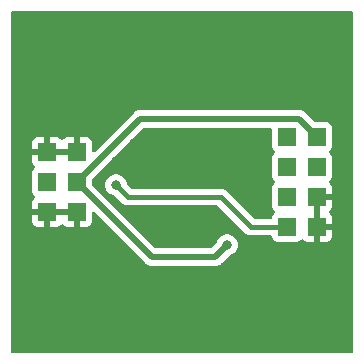
<source format=gbr>
%TF.GenerationSoftware,KiCad,Pcbnew,6.0.10+dfsg-1~bpo11+1*%
%TF.CreationDate,2023-01-19T00:06:03+00:00*%
%TF.ProjectId,FRAM01A,4652414d-3031-4412-9e6b-696361645f70,rev?*%
%TF.SameCoordinates,Original*%
%TF.FileFunction,Copper,L1,Top*%
%TF.FilePolarity,Positive*%
%FSLAX46Y46*%
G04 Gerber Fmt 4.6, Leading zero omitted, Abs format (unit mm)*
G04 Created by KiCad (PCBNEW 6.0.10+dfsg-1~bpo11+1) date 2023-01-19 00:06:03*
%MOMM*%
%LPD*%
G01*
G04 APERTURE LIST*
%TA.AperFunction,ComponentPad*%
%ADD10C,6.000000*%
%TD*%
%TA.AperFunction,ComponentPad*%
%ADD11R,1.524000X1.524000*%
%TD*%
%TA.AperFunction,ViaPad*%
%ADD12C,0.800000*%
%TD*%
%TA.AperFunction,Conductor*%
%ADD13C,0.508000*%
%TD*%
%TA.AperFunction,Conductor*%
%ADD14C,0.400000*%
%TD*%
G04 APERTURE END LIST*
D10*
%TO.P,H2,1,1*%
%TO.N,GND*%
X127000000Y-76200000D03*
%TD*%
%TO.P,H1,1,1*%
%TO.N,GND*%
X147320000Y-96520000D03*
%TD*%
D11*
%TO.P,J1,1*%
%TO.N,GND*%
X125730000Y-83820000D03*
%TO.P,J1,2*%
X128270000Y-83820000D03*
%TO.P,J1,3*%
%TO.N,VDD*%
X125730000Y-86360000D03*
%TO.P,J1,4*%
X128270000Y-86360000D03*
%TO.P,J1,5*%
%TO.N,GND*%
X125730000Y-88900000D03*
%TO.P,J1,6*%
X128270000Y-88900000D03*
%TD*%
D10*
%TO.P,H4,1,1*%
%TO.N,GND*%
X127000000Y-96520000D03*
%TD*%
D11*
%TO.P,J2,1*%
%TO.N,MISO*%
X146050000Y-82550000D03*
%TO.P,J2,2*%
%TO.N,VDD*%
X148590000Y-82550000D03*
%TO.P,J2,3*%
%TO.N,SCK*%
X146050000Y-85090000D03*
%TO.P,J2,4*%
%TO.N,MOSI*%
X148590000Y-85090000D03*
%TO.P,J2,5*%
%TO.N,~{CS}*%
X146050000Y-87630000D03*
%TO.P,J2,6*%
%TO.N,GND*%
X148590000Y-87630000D03*
%TO.P,J2,7*%
%TO.N,~{WP}*%
X146050000Y-90170000D03*
%TO.P,J2,8*%
%TO.N,GND*%
X148590000Y-90170000D03*
%TD*%
D10*
%TO.P,H3,1,1*%
%TO.N,GND*%
X147320000Y-76200000D03*
%TD*%
D12*
%TO.N,VDD*%
X140970000Y-91694000D03*
%TO.N,GND*%
X134112000Y-83058000D03*
X137414000Y-89662000D03*
X131572000Y-84582000D03*
X136398000Y-90424000D03*
X135128000Y-83058000D03*
X135382000Y-84582000D03*
X136144000Y-89408000D03*
X133096000Y-83058000D03*
X137414000Y-90678000D03*
%TO.N,~{WP}*%
X131572000Y-86614000D03*
%TD*%
D13*
%TO.N,VDD*%
X128270000Y-86360000D02*
X133604000Y-81026000D01*
X147066000Y-81026000D02*
X148590000Y-82550000D01*
X128270000Y-86360000D02*
X134620000Y-92710000D01*
X133604000Y-81026000D02*
X147066000Y-81026000D01*
X139954000Y-92710000D02*
X140970000Y-91694000D01*
X134620000Y-92710000D02*
X139954000Y-92710000D01*
D14*
%TO.N,~{WP}*%
X143002000Y-90170000D02*
X146050000Y-90170000D01*
X131572000Y-86614000D02*
X132588000Y-87630000D01*
X132588000Y-87630000D02*
X140462000Y-87630000D01*
X140462000Y-87630000D02*
X143002000Y-90170000D01*
%TD*%
%TA.AperFunction,Conductor*%
%TO.N,GND*%
G36*
X151579621Y-71902502D02*
G01*
X151626114Y-71956158D01*
X151637500Y-72008500D01*
X151637500Y-100711500D01*
X151617498Y-100779621D01*
X151563842Y-100826114D01*
X151511500Y-100837500D01*
X122808500Y-100837500D01*
X122740379Y-100817498D01*
X122693886Y-100763842D01*
X122682500Y-100711500D01*
X122682500Y-89706669D01*
X124460001Y-89706669D01*
X124460371Y-89713490D01*
X124465895Y-89764352D01*
X124469521Y-89779604D01*
X124514676Y-89900054D01*
X124523214Y-89915649D01*
X124599715Y-90017724D01*
X124612276Y-90030285D01*
X124714351Y-90106786D01*
X124729946Y-90115324D01*
X124850394Y-90160478D01*
X124865649Y-90164105D01*
X124916514Y-90169631D01*
X124923328Y-90170000D01*
X125457885Y-90170000D01*
X125473124Y-90165525D01*
X125474329Y-90164135D01*
X125476000Y-90156452D01*
X125476000Y-90151884D01*
X125984000Y-90151884D01*
X125988475Y-90167123D01*
X125989865Y-90168328D01*
X125997548Y-90169999D01*
X126536669Y-90169999D01*
X126543490Y-90169629D01*
X126594352Y-90164105D01*
X126609604Y-90160479D01*
X126730054Y-90115324D01*
X126745649Y-90106786D01*
X126847724Y-90030285D01*
X126860284Y-90017725D01*
X126899173Y-89965835D01*
X126956032Y-89923319D01*
X127026851Y-89918293D01*
X127089144Y-89952353D01*
X127100827Y-89965835D01*
X127139716Y-90017725D01*
X127152276Y-90030285D01*
X127254351Y-90106786D01*
X127269946Y-90115324D01*
X127390394Y-90160478D01*
X127405649Y-90164105D01*
X127456514Y-90169631D01*
X127463328Y-90170000D01*
X127997885Y-90170000D01*
X128013124Y-90165525D01*
X128014329Y-90164135D01*
X128016000Y-90156452D01*
X128016000Y-89172115D01*
X128011525Y-89156876D01*
X128010135Y-89155671D01*
X128002452Y-89154000D01*
X126002115Y-89154000D01*
X125986876Y-89158475D01*
X125985671Y-89159865D01*
X125984000Y-89167548D01*
X125984000Y-90151884D01*
X125476000Y-90151884D01*
X125476000Y-89172115D01*
X125471525Y-89156876D01*
X125470135Y-89155671D01*
X125462452Y-89154000D01*
X124478116Y-89154000D01*
X124462877Y-89158475D01*
X124461672Y-89159865D01*
X124460001Y-89167548D01*
X124460001Y-89706669D01*
X122682500Y-89706669D01*
X122682500Y-87170134D01*
X124459500Y-87170134D01*
X124466255Y-87232316D01*
X124517385Y-87368705D01*
X124604739Y-87485261D01*
X124663749Y-87529487D01*
X124706264Y-87586344D01*
X124711290Y-87657163D01*
X124677230Y-87719456D01*
X124663749Y-87731138D01*
X124612276Y-87769715D01*
X124599715Y-87782276D01*
X124523214Y-87884351D01*
X124514676Y-87899946D01*
X124469522Y-88020394D01*
X124465895Y-88035649D01*
X124460369Y-88086514D01*
X124460000Y-88093328D01*
X124460000Y-88627885D01*
X124464475Y-88643124D01*
X124465865Y-88644329D01*
X124473548Y-88646000D01*
X128398000Y-88646000D01*
X128466121Y-88666002D01*
X128512614Y-88719658D01*
X128524000Y-88772000D01*
X128524000Y-90151884D01*
X128528475Y-90167123D01*
X128529865Y-90168328D01*
X128537548Y-90169999D01*
X129076669Y-90169999D01*
X129083490Y-90169629D01*
X129134352Y-90164105D01*
X129149604Y-90160479D01*
X129270054Y-90115324D01*
X129285649Y-90106786D01*
X129387724Y-90030285D01*
X129400285Y-90017724D01*
X129476786Y-89915649D01*
X129485324Y-89900054D01*
X129530478Y-89779606D01*
X129534105Y-89764351D01*
X129539631Y-89713486D01*
X129540000Y-89706672D01*
X129539999Y-89012527D01*
X129560001Y-88944406D01*
X129613657Y-88897913D01*
X129683930Y-88887809D01*
X129748511Y-88917302D01*
X129755094Y-88923432D01*
X134033190Y-93201528D01*
X134045577Y-93215941D01*
X134058546Y-93233564D01*
X134064129Y-93238307D01*
X134099055Y-93267979D01*
X134106571Y-93274909D01*
X134112315Y-93280653D01*
X134115189Y-93282927D01*
X134115196Y-93282933D01*
X134134711Y-93298372D01*
X134138115Y-93301163D01*
X134188472Y-93343945D01*
X134188476Y-93343948D01*
X134194051Y-93348684D01*
X134200568Y-93352012D01*
X134205632Y-93355389D01*
X134210856Y-93358616D01*
X134216600Y-93363160D01*
X134223231Y-93366259D01*
X134283082Y-93394232D01*
X134287033Y-93396163D01*
X134352404Y-93429543D01*
X134359519Y-93431284D01*
X134365265Y-93433421D01*
X134371048Y-93435345D01*
X134377679Y-93438444D01*
X134449557Y-93453394D01*
X134453829Y-93454361D01*
X134525112Y-93471804D01*
X134530711Y-93472151D01*
X134530715Y-93472152D01*
X134536330Y-93472500D01*
X134536328Y-93472539D01*
X134540229Y-93472772D01*
X134544588Y-93473161D01*
X134551756Y-93474652D01*
X134559073Y-93474454D01*
X134629577Y-93472546D01*
X134632986Y-93472500D01*
X139886624Y-93472500D01*
X139905574Y-93473933D01*
X139919973Y-93476124D01*
X139919979Y-93476124D01*
X139927208Y-93477224D01*
X139934500Y-93476631D01*
X139934503Y-93476631D01*
X139980183Y-93472915D01*
X139990398Y-93472500D01*
X139998525Y-93472500D01*
X140002161Y-93472076D01*
X140002163Y-93472076D01*
X140005615Y-93471673D01*
X140026924Y-93469189D01*
X140031244Y-93468762D01*
X140104426Y-93462809D01*
X140111388Y-93460553D01*
X140117376Y-93459357D01*
X140123333Y-93457949D01*
X140130607Y-93457101D01*
X140137489Y-93454603D01*
X140137493Y-93454602D01*
X140199607Y-93432055D01*
X140203711Y-93430645D01*
X140273575Y-93408013D01*
X140279838Y-93404213D01*
X140285380Y-93401675D01*
X140290856Y-93398933D01*
X140297741Y-93396434D01*
X140359132Y-93356185D01*
X140362800Y-93353870D01*
X140425581Y-93315773D01*
X140429786Y-93312059D01*
X140429789Y-93312057D01*
X140434005Y-93308333D01*
X140434031Y-93308362D01*
X140436962Y-93305762D01*
X140440316Y-93302958D01*
X140446435Y-93298946D01*
X140499989Y-93242413D01*
X140502366Y-93239972D01*
X141133515Y-92608823D01*
X141196412Y-92574672D01*
X141245824Y-92564169D01*
X141245833Y-92564166D01*
X141252288Y-92562794D01*
X141258319Y-92560109D01*
X141420722Y-92487803D01*
X141420724Y-92487802D01*
X141426752Y-92485118D01*
X141581253Y-92372866D01*
X141709040Y-92230944D01*
X141804527Y-92065556D01*
X141863542Y-91883928D01*
X141883504Y-91694000D01*
X141863542Y-91504072D01*
X141804527Y-91322444D01*
X141791734Y-91300285D01*
X141721539Y-91178705D01*
X141709040Y-91157056D01*
X141581253Y-91015134D01*
X141426752Y-90902882D01*
X141420724Y-90900198D01*
X141420722Y-90900197D01*
X141258319Y-90827891D01*
X141258318Y-90827891D01*
X141252288Y-90825206D01*
X141141942Y-90801751D01*
X141071944Y-90786872D01*
X141071939Y-90786872D01*
X141065487Y-90785500D01*
X140874513Y-90785500D01*
X140868061Y-90786872D01*
X140868056Y-90786872D01*
X140798058Y-90801751D01*
X140687712Y-90825206D01*
X140681682Y-90827891D01*
X140681681Y-90827891D01*
X140519278Y-90900197D01*
X140519276Y-90900198D01*
X140513248Y-90902882D01*
X140358747Y-91015134D01*
X140230960Y-91157056D01*
X140218461Y-91178705D01*
X140148267Y-91300285D01*
X140135473Y-91322444D01*
X140098211Y-91437123D01*
X140083335Y-91482907D01*
X140052597Y-91533065D01*
X139675067Y-91910595D01*
X139612755Y-91944621D01*
X139585972Y-91947500D01*
X134988027Y-91947500D01*
X134919906Y-91927498D01*
X134898932Y-91910595D01*
X129577405Y-86589067D01*
X129543379Y-86526755D01*
X129540500Y-86499972D01*
X129540500Y-86220028D01*
X129560502Y-86151907D01*
X129577405Y-86130933D01*
X133882933Y-81825405D01*
X133945245Y-81791379D01*
X133972028Y-81788500D01*
X144653500Y-81788500D01*
X144721621Y-81808502D01*
X144768114Y-81862158D01*
X144779500Y-81914500D01*
X144779500Y-83360134D01*
X144786255Y-83422316D01*
X144837385Y-83558705D01*
X144924739Y-83675261D01*
X144931919Y-83680642D01*
X144983332Y-83719174D01*
X145025847Y-83776033D01*
X145030873Y-83846852D01*
X144996813Y-83909145D01*
X144983333Y-83920825D01*
X144924739Y-83964739D01*
X144837385Y-84081295D01*
X144786255Y-84217684D01*
X144779500Y-84279866D01*
X144779500Y-85900134D01*
X144786255Y-85962316D01*
X144837385Y-86098705D01*
X144924739Y-86215261D01*
X144931918Y-86220641D01*
X144931919Y-86220642D01*
X144983332Y-86259174D01*
X145025847Y-86316033D01*
X145030873Y-86386852D01*
X144996813Y-86449145D01*
X144983333Y-86460825D01*
X144924739Y-86504739D01*
X144837385Y-86621295D01*
X144786255Y-86757684D01*
X144779500Y-86819866D01*
X144779500Y-88440134D01*
X144786255Y-88502316D01*
X144837385Y-88638705D01*
X144924739Y-88755261D01*
X144931919Y-88760642D01*
X144983332Y-88799174D01*
X145025847Y-88856033D01*
X145030873Y-88926852D01*
X144996813Y-88989145D01*
X144983333Y-89000825D01*
X144924739Y-89044739D01*
X144837385Y-89161295D01*
X144786255Y-89297684D01*
X144785402Y-89305536D01*
X144785401Y-89305540D01*
X144780669Y-89349107D01*
X144753428Y-89414669D01*
X144695065Y-89455096D01*
X144655406Y-89461500D01*
X143347660Y-89461500D01*
X143279539Y-89441498D01*
X143258565Y-89424595D01*
X140983450Y-87149480D01*
X140977596Y-87143215D01*
X140977201Y-87142762D01*
X140939561Y-87099615D01*
X140887280Y-87062871D01*
X140881986Y-87058939D01*
X140837693Y-87024209D01*
X140831718Y-87019524D01*
X140824802Y-87016401D01*
X140822516Y-87015017D01*
X140807835Y-87006643D01*
X140805475Y-87005378D01*
X140799261Y-87001010D01*
X140792182Y-86998250D01*
X140792180Y-86998249D01*
X140739725Y-86977798D01*
X140733656Y-86975247D01*
X140675427Y-86948955D01*
X140667960Y-86947571D01*
X140665405Y-86946770D01*
X140649152Y-86942141D01*
X140646572Y-86941478D01*
X140639491Y-86938718D01*
X140631960Y-86937727D01*
X140631958Y-86937726D01*
X140602339Y-86933827D01*
X140576139Y-86930378D01*
X140569641Y-86929348D01*
X140506814Y-86917704D01*
X140499234Y-86918141D01*
X140499233Y-86918141D01*
X140444608Y-86921291D01*
X140437354Y-86921500D01*
X132933660Y-86921500D01*
X132865539Y-86901498D01*
X132844565Y-86884595D01*
X132506665Y-86546695D01*
X132472639Y-86484383D01*
X132470450Y-86470770D01*
X132466232Y-86430637D01*
X132466232Y-86430635D01*
X132465542Y-86424072D01*
X132459010Y-86403967D01*
X132408569Y-86248729D01*
X132406527Y-86242444D01*
X132386688Y-86208081D01*
X132323539Y-86098705D01*
X132311040Y-86077056D01*
X132183253Y-85935134D01*
X132028752Y-85822882D01*
X132022724Y-85820198D01*
X132022722Y-85820197D01*
X131860319Y-85747891D01*
X131860318Y-85747891D01*
X131854288Y-85745206D01*
X131760888Y-85725353D01*
X131673944Y-85706872D01*
X131673939Y-85706872D01*
X131667487Y-85705500D01*
X131476513Y-85705500D01*
X131470061Y-85706872D01*
X131470056Y-85706872D01*
X131383112Y-85725353D01*
X131289712Y-85745206D01*
X131283682Y-85747891D01*
X131283681Y-85747891D01*
X131121278Y-85820197D01*
X131121276Y-85820198D01*
X131115248Y-85822882D01*
X130960747Y-85935134D01*
X130832960Y-86077056D01*
X130820461Y-86098705D01*
X130757313Y-86208081D01*
X130737473Y-86242444D01*
X130678458Y-86424072D01*
X130677768Y-86430633D01*
X130677768Y-86430635D01*
X130662361Y-86577230D01*
X130658496Y-86614000D01*
X130659186Y-86620565D01*
X130674435Y-86765648D01*
X130678458Y-86803928D01*
X130737473Y-86985556D01*
X130740776Y-86991278D01*
X130740777Y-86991279D01*
X130752627Y-87011803D01*
X130832960Y-87150944D01*
X130837378Y-87155851D01*
X130837379Y-87155852D01*
X130912890Y-87239715D01*
X130960747Y-87292866D01*
X131053557Y-87360297D01*
X131079475Y-87379127D01*
X131115248Y-87405118D01*
X131121276Y-87407802D01*
X131121278Y-87407803D01*
X131279126Y-87478081D01*
X131289712Y-87482794D01*
X131380069Y-87502000D01*
X131442569Y-87515285D01*
X131505467Y-87549437D01*
X132066550Y-88110520D01*
X132072404Y-88116785D01*
X132110439Y-88160385D01*
X132116653Y-88164752D01*
X132162719Y-88197128D01*
X132168014Y-88201061D01*
X132218282Y-88240476D01*
X132225198Y-88243599D01*
X132227484Y-88244983D01*
X132242165Y-88253357D01*
X132244525Y-88254622D01*
X132250739Y-88258990D01*
X132257818Y-88261750D01*
X132257820Y-88261751D01*
X132310275Y-88282202D01*
X132316344Y-88284753D01*
X132374573Y-88311045D01*
X132382040Y-88312429D01*
X132384595Y-88313230D01*
X132400848Y-88317859D01*
X132403428Y-88318522D01*
X132410509Y-88321282D01*
X132418040Y-88322273D01*
X132418042Y-88322274D01*
X132447661Y-88326173D01*
X132473861Y-88329622D01*
X132480359Y-88330652D01*
X132543186Y-88342296D01*
X132550766Y-88341859D01*
X132550767Y-88341859D01*
X132605392Y-88338709D01*
X132612646Y-88338500D01*
X140116340Y-88338500D01*
X140184461Y-88358502D01*
X140205435Y-88375405D01*
X142480557Y-90650528D01*
X142486411Y-90656793D01*
X142524439Y-90700385D01*
X142576729Y-90737136D01*
X142581971Y-90741028D01*
X142632282Y-90780476D01*
X142639201Y-90783600D01*
X142641493Y-90784988D01*
X142656165Y-90793357D01*
X142658525Y-90794622D01*
X142664739Y-90798990D01*
X142671818Y-90801750D01*
X142671820Y-90801751D01*
X142724275Y-90822202D01*
X142730344Y-90824753D01*
X142788573Y-90851045D01*
X142796046Y-90852430D01*
X142798612Y-90853234D01*
X142814835Y-90857855D01*
X142817427Y-90858520D01*
X142824509Y-90861282D01*
X142832044Y-90862274D01*
X142887861Y-90869622D01*
X142894377Y-90870654D01*
X142932770Y-90877770D01*
X142957186Y-90882295D01*
X142964766Y-90881858D01*
X142964767Y-90881858D01*
X143019380Y-90878709D01*
X143026633Y-90878500D01*
X144655406Y-90878500D01*
X144723527Y-90898502D01*
X144770020Y-90952158D01*
X144780669Y-90990893D01*
X144785401Y-91034460D01*
X144785402Y-91034464D01*
X144786255Y-91042316D01*
X144837385Y-91178705D01*
X144924739Y-91295261D01*
X145041295Y-91382615D01*
X145177684Y-91433745D01*
X145239866Y-91440500D01*
X146860134Y-91440500D01*
X146922316Y-91433745D01*
X147058705Y-91382615D01*
X147175261Y-91295261D01*
X147219487Y-91236251D01*
X147276344Y-91193736D01*
X147347163Y-91188710D01*
X147409456Y-91222770D01*
X147421138Y-91236251D01*
X147459715Y-91287724D01*
X147472276Y-91300285D01*
X147574351Y-91376786D01*
X147589946Y-91385324D01*
X147710394Y-91430478D01*
X147725649Y-91434105D01*
X147776514Y-91439631D01*
X147783328Y-91440000D01*
X148317885Y-91440000D01*
X148333124Y-91435525D01*
X148334329Y-91434135D01*
X148336000Y-91426452D01*
X148336000Y-91421884D01*
X148844000Y-91421884D01*
X148848475Y-91437123D01*
X148849865Y-91438328D01*
X148857548Y-91439999D01*
X149396669Y-91439999D01*
X149403490Y-91439629D01*
X149454352Y-91434105D01*
X149469604Y-91430479D01*
X149590054Y-91385324D01*
X149605649Y-91376786D01*
X149707724Y-91300285D01*
X149720285Y-91287724D01*
X149796786Y-91185649D01*
X149805324Y-91170054D01*
X149850478Y-91049606D01*
X149854105Y-91034351D01*
X149859631Y-90983486D01*
X149860000Y-90976672D01*
X149860000Y-90442115D01*
X149855525Y-90426876D01*
X149854135Y-90425671D01*
X149846452Y-90424000D01*
X148862115Y-90424000D01*
X148846876Y-90428475D01*
X148845671Y-90429865D01*
X148844000Y-90437548D01*
X148844000Y-91421884D01*
X148336000Y-91421884D01*
X148336000Y-89897885D01*
X148844000Y-89897885D01*
X148848475Y-89913124D01*
X148849865Y-89914329D01*
X148857548Y-89916000D01*
X149841884Y-89916000D01*
X149857123Y-89911525D01*
X149858328Y-89910135D01*
X149859999Y-89902452D01*
X149859999Y-89363331D01*
X149859629Y-89356510D01*
X149854105Y-89305648D01*
X149850479Y-89290396D01*
X149805324Y-89169946D01*
X149796786Y-89154351D01*
X149720285Y-89052276D01*
X149707725Y-89039716D01*
X149655835Y-89000827D01*
X149613319Y-88943968D01*
X149608293Y-88873149D01*
X149642353Y-88810856D01*
X149655835Y-88799173D01*
X149707725Y-88760284D01*
X149720285Y-88747724D01*
X149796786Y-88645649D01*
X149805324Y-88630054D01*
X149850478Y-88509606D01*
X149854105Y-88494351D01*
X149859631Y-88443486D01*
X149860000Y-88436672D01*
X149860000Y-87902115D01*
X149855525Y-87886876D01*
X149854135Y-87885671D01*
X149846452Y-87884000D01*
X148862115Y-87884000D01*
X148846876Y-87888475D01*
X148845671Y-87889865D01*
X148844000Y-87897548D01*
X148844000Y-89897885D01*
X148336000Y-89897885D01*
X148336000Y-87502000D01*
X148356002Y-87433879D01*
X148409658Y-87387386D01*
X148462000Y-87376000D01*
X149841884Y-87376000D01*
X149857123Y-87371525D01*
X149858328Y-87370135D01*
X149859999Y-87362452D01*
X149859999Y-86823331D01*
X149859629Y-86816510D01*
X149854105Y-86765648D01*
X149850479Y-86750396D01*
X149805324Y-86629946D01*
X149796786Y-86614351D01*
X149720285Y-86512276D01*
X149707724Y-86499715D01*
X149656251Y-86461138D01*
X149613736Y-86404279D01*
X149608710Y-86333460D01*
X149642770Y-86271167D01*
X149656245Y-86259491D01*
X149715261Y-86215261D01*
X149802615Y-86098705D01*
X149853745Y-85962316D01*
X149860500Y-85900134D01*
X149860500Y-84279866D01*
X149853745Y-84217684D01*
X149802615Y-84081295D01*
X149715261Y-83964739D01*
X149656668Y-83920826D01*
X149614153Y-83863967D01*
X149609127Y-83793148D01*
X149643187Y-83730855D01*
X149656668Y-83719174D01*
X149708081Y-83680642D01*
X149715261Y-83675261D01*
X149802615Y-83558705D01*
X149853745Y-83422316D01*
X149860500Y-83360134D01*
X149860500Y-81739866D01*
X149853745Y-81677684D01*
X149802615Y-81541295D01*
X149715261Y-81424739D01*
X149598705Y-81337385D01*
X149462316Y-81286255D01*
X149400134Y-81279500D01*
X148450028Y-81279500D01*
X148381907Y-81259498D01*
X148360933Y-81242595D01*
X147652810Y-80534472D01*
X147640423Y-80520059D01*
X147631795Y-80508335D01*
X147627454Y-80502436D01*
X147586945Y-80468021D01*
X147579429Y-80461091D01*
X147573685Y-80455347D01*
X147570811Y-80453073D01*
X147570804Y-80453067D01*
X147551289Y-80437628D01*
X147547885Y-80434837D01*
X147497528Y-80392055D01*
X147497524Y-80392052D01*
X147491949Y-80387316D01*
X147485432Y-80383988D01*
X147480368Y-80380611D01*
X147475144Y-80377384D01*
X147469400Y-80372840D01*
X147406797Y-80343581D01*
X147402918Y-80341768D01*
X147398967Y-80339837D01*
X147340117Y-80309787D01*
X147333596Y-80306457D01*
X147326481Y-80304716D01*
X147320735Y-80302579D01*
X147314952Y-80300655D01*
X147308321Y-80297556D01*
X147236443Y-80282606D01*
X147232171Y-80281639D01*
X147160888Y-80264196D01*
X147155289Y-80263849D01*
X147155285Y-80263848D01*
X147149670Y-80263500D01*
X147149672Y-80263461D01*
X147145771Y-80263228D01*
X147141412Y-80262839D01*
X147134244Y-80261348D01*
X147126927Y-80261546D01*
X147056423Y-80263454D01*
X147053014Y-80263500D01*
X133671368Y-80263500D01*
X133652420Y-80262067D01*
X133645033Y-80260943D01*
X133638024Y-80259877D01*
X133638022Y-80259877D01*
X133630792Y-80258777D01*
X133623500Y-80259370D01*
X133623497Y-80259370D01*
X133577825Y-80263085D01*
X133567611Y-80263500D01*
X133559475Y-80263500D01*
X133531056Y-80266814D01*
X133526729Y-80267241D01*
X133491987Y-80270067D01*
X133460874Y-80272597D01*
X133460872Y-80272597D01*
X133453574Y-80273191D01*
X133446607Y-80275448D01*
X133440607Y-80276647D01*
X133434667Y-80278051D01*
X133427393Y-80278899D01*
X133420511Y-80281397D01*
X133420507Y-80281398D01*
X133358393Y-80303945D01*
X133354289Y-80305355D01*
X133284425Y-80327987D01*
X133278162Y-80331787D01*
X133272620Y-80334325D01*
X133267144Y-80337067D01*
X133260259Y-80339566D01*
X133254135Y-80343581D01*
X133198868Y-80379815D01*
X133195200Y-80382130D01*
X133132419Y-80420227D01*
X133128212Y-80423943D01*
X133128208Y-80423946D01*
X133123995Y-80427668D01*
X133123969Y-80427638D01*
X133121041Y-80430236D01*
X133117687Y-80433040D01*
X133111565Y-80437054D01*
X133106532Y-80442367D01*
X133057994Y-80493605D01*
X133055616Y-80496047D01*
X129755093Y-83796569D01*
X129692783Y-83830594D01*
X129621968Y-83825529D01*
X129565132Y-83782982D01*
X129540321Y-83716462D01*
X129540000Y-83707473D01*
X129539999Y-83013331D01*
X129539629Y-83006510D01*
X129534105Y-82955648D01*
X129530479Y-82940396D01*
X129485324Y-82819946D01*
X129476786Y-82804351D01*
X129400285Y-82702276D01*
X129387724Y-82689715D01*
X129285649Y-82613214D01*
X129270054Y-82604676D01*
X129149606Y-82559522D01*
X129134351Y-82555895D01*
X129083486Y-82550369D01*
X129076672Y-82550000D01*
X128542115Y-82550000D01*
X128526876Y-82554475D01*
X128525671Y-82555865D01*
X128524000Y-82563548D01*
X128524000Y-83948000D01*
X128503998Y-84016121D01*
X128450342Y-84062614D01*
X128398000Y-84074000D01*
X124478116Y-84074000D01*
X124462877Y-84078475D01*
X124461672Y-84079865D01*
X124460001Y-84087548D01*
X124460001Y-84626669D01*
X124460371Y-84633490D01*
X124465895Y-84684352D01*
X124469521Y-84699604D01*
X124514676Y-84820054D01*
X124523214Y-84835649D01*
X124599715Y-84937724D01*
X124612276Y-84950285D01*
X124663749Y-84988862D01*
X124706264Y-85045721D01*
X124711290Y-85116540D01*
X124677230Y-85178833D01*
X124663755Y-85190509D01*
X124604739Y-85234739D01*
X124517385Y-85351295D01*
X124466255Y-85487684D01*
X124459500Y-85549866D01*
X124459500Y-87170134D01*
X122682500Y-87170134D01*
X122682500Y-83547885D01*
X124460000Y-83547885D01*
X124464475Y-83563124D01*
X124465865Y-83564329D01*
X124473548Y-83566000D01*
X125457885Y-83566000D01*
X125473124Y-83561525D01*
X125474329Y-83560135D01*
X125476000Y-83552452D01*
X125476000Y-83547885D01*
X125984000Y-83547885D01*
X125988475Y-83563124D01*
X125989865Y-83564329D01*
X125997548Y-83566000D01*
X127997885Y-83566000D01*
X128013124Y-83561525D01*
X128014329Y-83560135D01*
X128016000Y-83552452D01*
X128016000Y-82568116D01*
X128011525Y-82552877D01*
X128010135Y-82551672D01*
X128002452Y-82550001D01*
X127463331Y-82550001D01*
X127456510Y-82550371D01*
X127405648Y-82555895D01*
X127390396Y-82559521D01*
X127269946Y-82604676D01*
X127254351Y-82613214D01*
X127152276Y-82689715D01*
X127139716Y-82702275D01*
X127100827Y-82754165D01*
X127043968Y-82796681D01*
X126973149Y-82801707D01*
X126910856Y-82767647D01*
X126899173Y-82754165D01*
X126860284Y-82702275D01*
X126847724Y-82689715D01*
X126745649Y-82613214D01*
X126730054Y-82604676D01*
X126609606Y-82559522D01*
X126594351Y-82555895D01*
X126543486Y-82550369D01*
X126536672Y-82550000D01*
X126002115Y-82550000D01*
X125986876Y-82554475D01*
X125985671Y-82555865D01*
X125984000Y-82563548D01*
X125984000Y-83547885D01*
X125476000Y-83547885D01*
X125476000Y-82568116D01*
X125471525Y-82552877D01*
X125470135Y-82551672D01*
X125462452Y-82550001D01*
X124923331Y-82550001D01*
X124916510Y-82550371D01*
X124865648Y-82555895D01*
X124850396Y-82559521D01*
X124729946Y-82604676D01*
X124714351Y-82613214D01*
X124612276Y-82689715D01*
X124599715Y-82702276D01*
X124523214Y-82804351D01*
X124514676Y-82819946D01*
X124469522Y-82940394D01*
X124465895Y-82955649D01*
X124460369Y-83006514D01*
X124460000Y-83013328D01*
X124460000Y-83547885D01*
X122682500Y-83547885D01*
X122682500Y-72008500D01*
X122702502Y-71940379D01*
X122756158Y-71893886D01*
X122808500Y-71882500D01*
X151511500Y-71882500D01*
X151579621Y-71902502D01*
G37*
%TD.AperFunction*%
%TD*%
M02*

</source>
